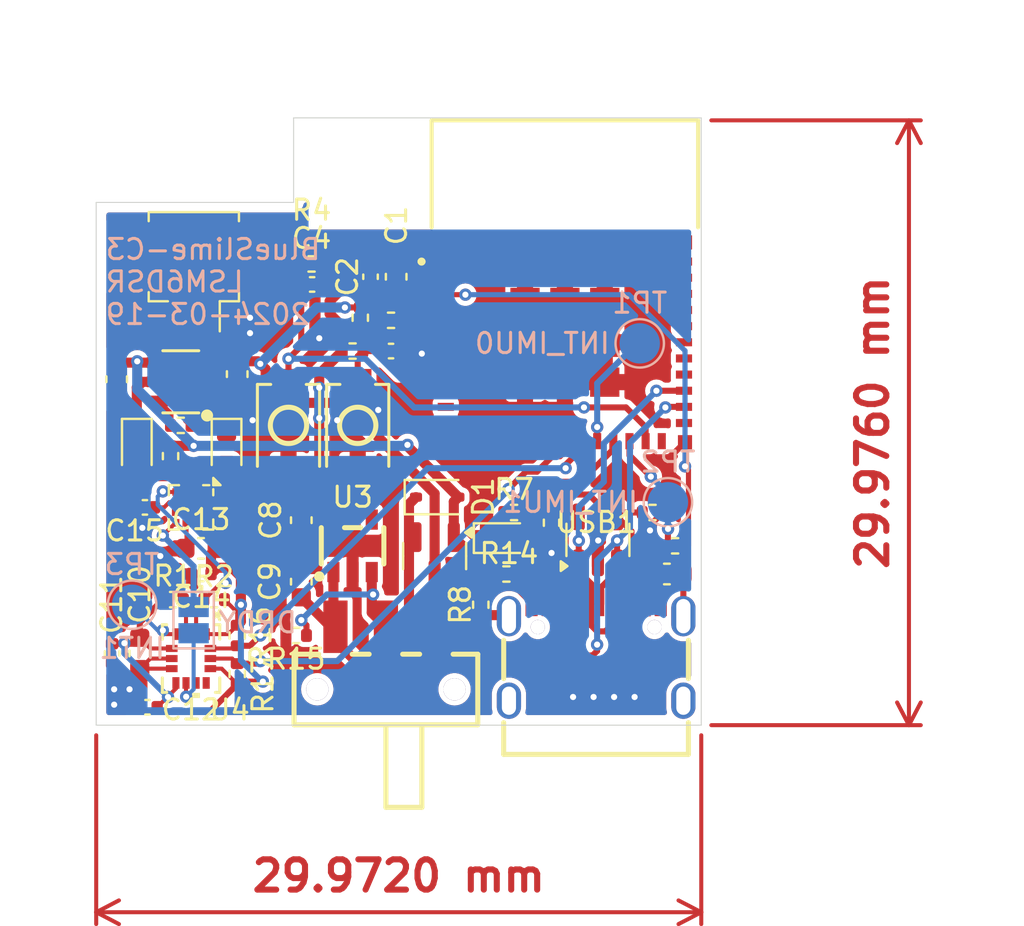
<source format=kicad_pcb>
(kicad_pcb (version 20240108) (generator "pcbnew") (generator_version "8.0")
  (layers (0 "F.Cu" signal) (31 "B.Cu" signal) (34 "B.Paste" user) (35 "F.Paste" user) (36 "B.SilkS" user "B.Silkscreen") (37 "F.SilkS" user "F.Silkscreen") (38 "B.Mask" user) (39 "F.Mask" user) (44 "Edge.Cuts" user))
  (net 0 "")
  (net 1 "GND")
  (net 2 "+3V3")
  (net 3 "EN")
  (net 4 "BOOT")
  (net 5 "VBUS")
  (net 6 "+BATT")
  (net 7 "VDC")
  (net 8 "Net-(U5-C1)")
  (net 9 "DP")
  (net 11 "IO8")
  (net 13 "IO0")
  (net 17 "IO6")
  (net 23 "IO10")
  (net 26 "IO4")
  (net 27 "IO2")
  (net 28 "IO1")
  (net 30 "IO3")
  (net 32 "DN")
  (net 33 "IO7")
  (net 34 "IO5")
  (net 37 "/INT2")
  (net 38 "Net-(JP1-A)")
  (net 39 "Net-(LED1-A)")
  (net 40 "Net-(LED2-A)")
  (net 41 "Net-(LED2-K)")
  (net 42 "Net-(LED3-K)")
  (net 43 "/CC1")
  (net 44 "/CC2")
  (net 45 "Net-(U2-PROG)")
  (net 46 "Net-(U3-CE)")
  (net 47 "/XCL")
  (net 48 "/XDA")
  (net 50 "/INT1")
  (net 63 "Net-(C5-Pad1)")
  (net 64 "Net-(R8-Pad2)")
  (footprint "Capacitor_SMD:C_0603_1608Metric" (layer "F.Cu") (at 140.081 49.276 90)
    (property "Reference" "C1")
    (property "Value" "10u")
  )
  (footprint "LED_SMD:LED_0603_1608Metric" (layer "F.Cu") (at 127.234 57.805 -90)
    (property "Reference" "LED2" (hide yes))
    (property "Value" "NCD0603G1")
  )
  (footprint "Capacitor_SMD:C_0402_1005Metric" (layer "F.Cu") (at 126.012 67.945 -90)
    (property "Reference" "C11")
    (property "Value" "100n")
  )
  (footprint "Capacitor_SMD:C_0402_1005Metric" (layer "F.Cu") (at 127.762 70.612 180)
    (property "Reference" "C12")
    (property "Value" "100n")
  )
  (footprint "BSC3:SOT-23-5_L3.0-W1.7-P0.95-LS2.8-BR" (layer "F.Cu") (at 137.922 62.611 -90)
    (property "Reference" "U3")
    (property "Value" "ME6217C33M5G")
  )
  (footprint "Capacitor_SMD:C_0603_1608Metric" (layer "F.Cu") (at 135.382 61.341 -90)
    (property "Reference" "C8")
    (property "Value" "10u")
  )
  (footprint "Resistor_SMD:R_0402_1005Metric" (layer "F.Cu") (at 131.064 65.278 180)
    (property "Reference" "R2")
    (property "Value" "4.7k")
  )
  (footprint "Capacitor_SMD:C_0603_1608Metric" (layer "F.Cu") (at 130.416 62.738)
    (property "Reference" "C13")
    (property "Value" "10u")
  )
  (footprint "Capacitor_SMD:C_0603_1608Metric" (layer "F.Cu") (at 127.381 67.945 -90)
    (property "Reference" "C10")
    (property "Value" "10u")
  )
  (footprint "Package_LGA:LGA-12_2x2mm_P0.5mm" (layer "F.Cu") (at 129.921 60.706 -90)
    (property "Reference" "U5" (hide yes))
    (property "Value" "LIS2MDL")
  )
  (footprint "Capacitor_SMD:C_0603_1608Metric" (layer "F.Cu") (at 153.4922 64.008 180)
    (property "Reference" "C5" (hide yes))
    (property "Value" "4.7u")
  )
  (footprint "Resistor_SMD:R_0402_1005Metric" (layer "F.Cu") (at 144.272 65.532 -90)
    (property "Reference" "R8")
    (property "Value" "1M")
  )
  (footprint "BSC3:SW-SMD_K3-1280S-L1" (layer "F.Cu") (at 139.573 66.6229 -90)
    (property "Reference" "SW3" (hide yes))
    (property "Value" "K3-1280S-L1")
  )
  (footprint "Resistor_SMD:R_0402_1005Metric" (layer "F.Cu") (at 139.827 51.435)
    (property "Reference" "R5" (hide yes))
    (property "Value" "10k")
  )
  (footprint "Resistor_SMD:R_0402_1005Metric" (layer "F.Cu") (at 132.207 67.056 -90)
    (property "Reference" "R16")
    (property "Value" "4.7k")
  )
  (footprint "LED_SMD:LED_0603_1608Metric" (layer "F.Cu") (at 145.415 62.23)
    (property "Reference" "LED1" (hide yes))
    (property "Value" "NCD0603B1")
  )
  (footprint "32c3:ESP32C3MINI1H4" (layer "F.Cu") (at 148.438 52.525)
    (property "Reference" "IC1" (hide yes))
    (property "Value" "ESP32-C3-MINI-1-H4" (hide yes))
  )
  (footprint "BSC3:SW-SMD_L3.9-W3.0-P4.45" (layer "F.Cu") (at 134.747 56.642 -90)
    (property "Reference" "SW2" (hide yes))
    (property "Value" "TS-1088-AR02016")
  )
  (footprint "Capacitor_SMD:C_0402_1005Metric" (layer "F.Cu") (at 139.827 52.959)
    (property "Reference" "C3" (hide yes))
    (property "Value" "100n")
  )
  (footprint "Resistor_SMD:R_0402_1005Metric" (layer "F.Cu") (at 137.922 52.959)
    (property "Reference" "R3" (hide yes))
    (property "Value" "10k")
  )
  (footprint "Capacitor_SMD:C_0603_1608Metric" (layer "F.Cu") (at 126.238 54.356 -90)
    (property "Reference" "C6" (hide yes))
    (property "Value" "1u")
  )
  (footprint "Capacitor_SMD:C_0603_1608Metric" (layer "F.Cu") (at 135.382 64.389 90)
    (property "Reference" "C9")
    (property "Value" "10u")
  )
  (footprint "Resistor_SMD:R_0402_1005Metric" (layer "F.Cu") (at 152.781 60.96 180)
    (property "Reference" "R10" (hide yes))
    (property "Value" "5.1k")
  )
  (footprint "footprints:LGA-14L_2P5X3X0P83_STM" (layer "F.Cu") (at 129.921 68.199 -90)
    (property "Reference" "U4")
    (property "Value" "LSM6DSRTR")
  )
  (footprint "Resistor_SMD:R_0402_1005Metric" (layer "F.Cu") (at 135.128 67.056 180)
    (property "Reference" "R15")
    (property "Value" "10k")
  )
  (footprint "Diode_SMD:D_SOD-323" (layer "F.Cu") (at 142.113 60.198)
    (property "Reference" "D1")
    (property "Value" "1N5819WS")
  )
  (footprint "Resistor_SMD:R_0402_1005Metric" (layer "F.Cu") (at 138.303 51.308 -90)
    (property "Reference" "R11" (hide yes))
    (property "Value" "180k")
  )
  (footprint "Resistor_SMD:R_0402_1005Metric" (layer "F.Cu") (at 129.411 56.642)
    (property "Reference" "R12" (hide yes))
    (property "Value" "1.6k")
  )
  (footprint "Resistor_SMD:R_0402_1005Metric" (layer "F.Cu") (at 147.7772 61.468 90)
    (property "Reference" "R9" (hide yes))
    (property "Value" "5.1k")
  )
  (footprint "Resistor_SMD:R_0402_1005Metric" (layer "F.Cu") (at 145.542 64.008 180)
    (property "Reference" "R14")
    (property "Value" "10k")
  )
  (footprint "Resistor_SMD:R_0402_1005Metric" (layer "F.Cu") (at 129.032 65.278)
    (property "Reference" "R1")
    (property "Value" "4.7k")
  )
  (footprint "LED_SMD:LED_0603_1608Metric" (layer "F.Cu") (at 131.679 57.805 -90)
    (property "Reference" "LED3" (hide yes))
    (property "Value" "NCD0603R1")
  )
  (footprint "BSC3:SW-SMD_L3.9-W3.0-P4.45" (layer "F.Cu") (at 138.176 56.642 -90)
    (property "Reference" "SW1" (hide yes))
    (property "Value" "TS-1088-AR02016")
  )
  (footprint "Connector_Molex:Molex_PicoBlade_53261-0271_1x02-1MP_P1.25mm_Horizontal" (layer "F.Cu") (at 130.058 48.781 180)
    (property "Reference" "J1" (hide yes))
    (property "Value" "Conn_01x02_MountingPin")
  )
  (footprint "Package_TO_SOT_SMD:SOT-23" (layer "F.Cu") (at 141.986 63.119 -90)
    (property "Reference" "Q1" (hide yes))
    (property "Value" "AO3401A")
  )
  (footprint "Capacitor_SMD:C_0402_1005Metric" (layer "F.Cu") (at 130.429 64.008 180)
    (property "Reference" "C14")
    (property "Value" "100n")
  )
  (footprint "BSC3:SOT-23-6_L2.9-W1.6-P0.95-LS2.8-BL" (layer "F.Cu") (at 129.413 54.483 90)
    (property "Reference" "U2" (hide yes))
    (property "Value" "TP4057")
  )
  (footprint "Resistor_SMD:R_0402_1005Metric" (layer "F.Cu") (at 135.89 48.641 180)
    (property "Reference" "R4")
    (property "Value" "10k")
  )
  (footprint "Capacitor_SMD:C_0402_1005Metric" (layer "F.Cu") (at 135.918 49.657)
    (property "Reference" "C4")
    (property "Value" "100n")
  )
  (footprint "Capacitor_SMD:C_0402_1005Metric" (layer "F.Cu") (at 127.635 60.706 180)
    (property "Reference" "C15")
    (property "Value" "220n")
  )
  (footprint "Resistor_SMD:R_0402_1005Metric" (layer "F.Cu") (at 153.8986 62.611 180)
    (property "Reference" "R6" (hide yes))
    (property "Value" "10k")
  )
  (footprint "Resistor_SMD:R_0402_1005Metric" (layer "F.Cu") (at 132.207 68.961 90)
    (property "Reference" "R17")
    (property "Value" "4.7k")
  )
  (footprint "Capacitor_SMD:C_0402_1005Metric" (layer "F.Cu") (at 138.811 49.276 90)
    (property "Reference" "C2")
    (property "Value" "100n")
  )
  (footprint "Package_TO_SOT_SMD:SOT-23-6" (layer "F.Cu") (at 150.0745 62.3175 90)
    (property "Reference" "U1" (hide yes))
    (property "Value" "SRV05-4")
  )
  (footprint "Capacitor_SMD:C_0603_1608Metric" (layer "F.Cu") (at 132.207 54.102 -90)
    (property "Reference" "C7" (hide yes))
    (property "Value" "10u")
  )
  (footprint "Resistor_SMD:R_0402_1005Metric" (layer "F.Cu") (at 128.905 58.166 -90)
    (property "Reference" "R13" (hide yes))
    (property "Value" "1k")
  )
  (footprint "Resistor_SMD:R_0402_1005Metric" (layer "F.Cu") (at 145.921 60.96)
    (property "Reference" "R7")
    (property "Value" "1k")
  )
  (footprint "BSC3:USB-C-SMD_KH-TYPE-C-16P" (layer "F.Cu") (at 149.987 67.8681)
    (property "Reference" "USB1")
    (property "Value" "KH-TYPE-C-16P")
  )
  (footprint "Jumper:SolderJumper-2_P1.3mm_Open_Pad1.0x1.5mm" (layer "B.Cu") (at 130.048 66.294 -90)
    (property "Reference" "JP1" (hide yes))
    (property "Value" "SolderJumper_2_Open")
  )
  (footprint "TestPoint:TestPoint_Pad_D2.0mm" (layer "B.Cu") (at 153.543 60.452 180)
    (property "Reference" "TP2")
    (property "Value" "TestPoint")
  )
  (footprint "TestPoint:TestPoint_Pad_D2.0mm" (layer "B.Cu") (at 152.146 52.578 180)
    (property "Reference" "TP1")
    (property "Value" "TestPoint")
  )
  (footprint "TestPoint:TestPoint_Pad_D2.0mm" (layer "B.Cu") (at 127 65.532 180)
    (property "Reference" "TP3")
    (property "Value" "TestPoint")
  )
  (gr_line (start 155.194 41.402) (end 155.194 71.501) (stroke (width 0.05)) (layer "Edge.Cuts"))
  (gr_line (start 125.222 71.501) (end 125.222 45.593) (stroke (width 0.05)) (layer "Edge.Cuts"))
  (gr_line (start 135.001 41.402) (end 155.194 41.402) (stroke (width 0.05)) (layer "Edge.Cuts"))
  (gr_line (start 155.194 71.501) (end 125.222 71.501) (stroke (width 0.05)) (layer "Edge.Cuts"))
  (gr_line (start 135.001 45.593) (end 125.222 45.593) (stroke (width 0.05)) (layer "Edge.Cuts"))
  (gr_line (start 135.001 41.402) (end 135.001 45.593) (stroke (width 0.05)) (layer "Edge.Cuts"))
  (gr_text "INT_IMU1" (at 148.717 60.452 0) (layer "B.SilkS") (effects (font (size 1 1)) (justify mirror)))
  (gr_text "INT1" (at 127 67.691 0) (layer "B.SilkS") (effects (font (size 1 1)) (justify mirror)))
  (gr_text "BlueSlime-C3\nLSM6DSR\n2024-03-19" (at 125.603 49.53 0) (layer "B.SilkS") (effects (font (size 1 1)) (justify right mirror)))
  (gr_text "DRDY" (at 133.223 66.421 0) (layer "B.SilkS") (effects (font (size 1 1)) (justify mirror)))
  (gr_text "INT_IMU0" (at 147.32 52.578 0) (layer "B.SilkS") (effects (font (size 1 1)) (justify mirror)))
  (dimension (type aligned) (layer "F.Cu") (pts (xy 155.194 71.501) (xy 155.194 41.525)) (height 10.287) (gr_text "29.9760 mm" (at 163.681 56.513 90) (layer "F.Cu") (effects (font (size 1.5 1.5) (thickness 0.3)))) (format (prefix "") (suffix "") (units 3) (units_format 1) (precision 4)) (style (thickness 0.2) (arrow_length 1.27) (text_position_mode 0) (extension_height 0.58642) (extension_offset 0.5) keep_text_aligned))
  (dimension (type aligned) (layer "F.Cu") (pts (xy 125.222 71.501) (xy 155.194 71.501)) (height 9.271) (gr_text "29.9720 mm" (at 140.208 78.972 0) (layer "F.Cu") (effects (font (size 1.5 1.5) (thickness 0.3)))) (format (prefix "") (suffix "") (units 3) (units_format 1) (precision 4)) (style (thickness 0.2) (arrow_length 1.27) (text_position_mode 0) (extension_height 0.58642) (extension_offset 0.5) keep_text_aligned))
  (segment (start 128.9647 68.199) (end 127.902 68.199) (width 0.2) (layer "F.Cu") (net 1))
  (segment (start 152.654 61.597) (end 153.291 60.96) (width 0.3) (layer "F.Cu") (net 1))
  (segment (start 146.019292 64.678) (end 145.702 64.678) (width 0.3) (layer "F.Cu") (net 1))
  (segment (start 152.654 61.849) (end 152.654 61.597) (width 0.3) (layer "F.Cu") (net 1))
  (segment (start 129.728 54.483) (end 130.563 54.483) (width 0.3) (layer "F.Cu") (net 1))
  (segment (start 152.641 64.008) (end 153.187 64.554) (width 0.3) (layer "F.Cu") (net 1))
  (segment (start 153.187 64.554) (end 153.187 65.4985) (width 0.3) (layer "F.Cu") (net 1))
  (segment (start 129.696 62.683) (end 129.641 62.738) (width 0.2) (layer "F.Cu") (net 1))
  (segment (start 153.734 60.388) (end 153.734 58.129) (width 0.3) (layer "F.Cu") (net 1))
  (segment (start 127.902 68.199) (end 127.381 68.72) (width 0.2) (layer "F.Cu") (net 1))
  (segment (start 150.0745 62.361124) (end 150.088125 62.347499) (width 0.3) (layer "F.Cu") (net 1))
  (segment (start 146.787 65.445708) (end 146.019292 64.678) (width 0.3) (layer "F.Cu") (net 1))
  (segment (start 129.1585 60.956) (end 129.555314 60.956) (width 0.2) (layer "F.Cu") (net 1))
  (segment (start 136.186 52.239) (end 136.186 49.869) (width 0.3) (layer "F.Cu") (net 1))
  (segment (start 129.921 56.642) (end 129.678 56.399) (width 0.3) (layer "F.Cu") (net 1))
  (segment (start 153.734 58.129) (end 154.388 57.475) (width 0.3) (layer "F.Cu") (net 1))
  (segment (start 153.291 60.96) (end 153.291 60.831) (width 0.3) (layer "F.Cu") (net 1))
  (segment (start 129.555314 60.956) (end 129.696 61.096686) (width 0.2) (layer "F.Cu") (net 1))
  (segment (start 136.271 52.324) (end 136.186 52.239) (width 0.3) (layer "F.Cu") (net 1))
  (segment (start 136.186 49.869) (end 136.398 49.657) (width 0.3) (layer "F.Cu") (net 1))
  (segment (start 129.696 61.096686) (end 129.696 62.683) (width 0.2) (layer "F.Cu") (net 1))
  (segment (start 150.0745 63.455) (end 150.0745 62.361124) (width 0.3) (layer "F.Cu") (net 1))
  (segment (start 127.402001 68.698999) (end 127.381 68.72) (width 0.2) (layer "F.Cu") (net 1))
  (segment (start 152.654 63.995) (end 152.641 64.008) (width 0.3) (layer "F.Cu") (net 1))
  (segment (start 146.787 65.4985) (end 146.787 65.445708) (width 0.3) (layer "F.Cu") (net 1))
  (segment (start 153.291 60.831) (end 153.734 60.388) (width 0.3) (layer "F.Cu") (net 1))
  (segment (start 142.488 47.575) (end 154.388 47.575) (width 0.3) (layer "F.Cu") (net 1))
  (segment (start 152.654 61.849) (end 152.654 63.995) (width 0.3) (layer "F.Cu") (net 1))
  (segment (start 129.678 56.399) (end 129.678 54.533) (width 0.3) (layer "F.Cu") (net 1))
  (segment (start 129.678 54.533) (end 129.728 54.483) (width 0.3) (layer "F.Cu") (net 1))
  (segment (start 145.702 64.678) (end 145.032 64.008) (width 0.3) (layer "F.Cu") (net 1))
  (segment (start 128.9647 68.698999) (end 127.402001 68.698999) (width 0.2) (layer "F.Cu") (net 1))
  (via (at 126.873 69.723) (size 0.61) (drill 0.305) (layers "F.Cu" "B.Cu") (net 1))
  (via (at 147.7772 62.9666) (size 0.61) (drill 0.305) (layers "F.Cu" "B.Cu") (net 1))
  (via (at 132.842 52.07) (size 0.61) (drill 0.305) (layers "F.Cu" "B.Cu") (net 1))
  (via (at 150.876 70.104) (size 0.61) (drill 0.305) (layers "F.Cu" "B.Cu") (net 1))
  (via (at 126.111 70.485) (size 0.61) (drill 0.305) (layers "F.Cu" "B.Cu") (net 1))
  (via (at 136.271 52.324) (size 0.61) (drill 0.305) (layers "F.Cu" "B.Cu") (net 1))
  (via (at 128.397 63.119) (size 0.61) (drill 0.305) (layers "F.Cu" "B.Cu") (net 1))
  (via (at 127.508 61.722) (size 0.61) (drill 0.305) (layers "F.Cu" "B.Cu") (net 1))
  (via (at 149.86 70.104) (size 0.61) (drill 0.305) (layers "F.Cu" "B.Cu") (net 1))
  (via (at 137.16 56.388) (size 0.61) (drill 0.305) (layers "F.Cu" "B.Cu") (net 1))
  (via (at 132.842 51.308) (size 0.61) (drill 0.305) (layers "F.Cu" "B.Cu") (net 1))
  (via (at 151.892 70.104) (size 0.61) (drill 0.305) (layers "F.Cu" "B.Cu") (net 1))
  (via (at 150.088125 62.347499) (size 0.61) (drill 0.305) (layers "F.Cu" "B.Cu") (net 1))
  (via (at 126.111 69.723) (size 0.61) (drill 0.305) (layers "F.Cu" "B.Cu") (net 1))
  (via (at 152.654 61.849) (size 0.61) (drill 0.305) (layers "F.Cu" "B.Cu") (net 1))
  (via (at 132.969 56.388) (size 0.61) (drill 0.305) (layers "F.Cu" "B.Cu") (net 1))
  (via (at 148.844 70.104) (size 0.61) (drill 0.305) (layers "F.Cu" "B.Cu") (net 1))
  (via (at 141.351 53.086) (size 0.61) (drill 0.305) (layers "F.Cu" "B.Cu") (net 1))
  (via (at 139.192 55.88) (size 0.61) (drill 0.305) (layers "F.Cu" "B.Cu") (net 1))
  (segment (start 132.207 65.911) (end 131.574 65.278) (width 0.2) (layer "F.Cu") (net 2))
  (segment (start 130.909 64.008) (end 131.219 63.698) (width 0.5) (layer "F.Cu") (net 2))
  (segment (start 128.4452 70.8152) (end 128.325564 70.695564) (width 0.3) (layer "F.Cu") (net 2))
  (segment (start 138.622734 49.756) (end 138.811 49.756) (width 0.5) (layer "F.Cu") (net 2))
  (segment (start 132.389489 65.532) (end 132.389489 66.363511) (width 0.5) (layer "F.Cu") (net 2))
  (segment (start 139.093 50.038) (end 140.068 50.038) (width 0.5) (layer "F.Cu") (net 2))
  (segment (start 130.8628 70.8152) (end 128.4452 70.8152) (width 0.3) (layer "F.Cu") (net 2))
  (segment (start 130.671 61.4685) (end 130.671 62.218) (width 0.2) (layer "F.Cu") (net 2))
  (segment (start 132.207 66.546) (end 132.207 65.911) (width 0.2) (layer "F.Cu") (net 2))
  (segment (start 136.786 50.487268) (end 137.507734 49.765534) (width 0.5) (layer "F.Cu") (net 2))
  (segment (start 130.171 61.006) (end 129.646 60.481) (width 0.2) (layer "F.Cu") (net 2))
  (segment (start 140.068 50.038) (end 140.081 50.051) (width 0.5) (layer "F.Cu") (net 2))
  (segment (start 130.671001 66.9887) (end 131.7643 66.9887) (width 0.2) (layer "F.Cu") (net 2))
  (segment (start 142.578 50.165) (end 142.538 50.125) (width 0.254) (layer "F.Cu") (net 2))
  (segment (start 130.909 64.008) (end 130.909 63.02) (width 0.5) (layer "F.Cu") (net 2))
  (segment (start 129.646 60.481) (end 129.646 59.944) (width 0.2) (layer "F.Cu") (net 2))
  (segment (start 154.561 58.846) (end 154.389 58.674) (width 0.254) (layer "F.Cu") (net 2))
  (segment (start 154.561 62.611) (end 154.561 58.846) (width 0.254) (layer "F.Cu") (net 2))
  (segment (start 137.414 52.957) (end 137.414 51.740732) (width 0.5) (layer "F.Cu") (net 2))
  (segment (start 136.271 59.677) (end 136.271 56.282) (width 0.5) (layer "F.Cu") (net 2))
  (segment (start 126.647 67.465) (end 127.086 67.465) (width 0.3) (layer "F.Cu") (net 2))
  (segment (start 142.538 50.125) (end 140.155 50.125) (width 0.3) (layer "F.Cu") (net 2))
  (segment (start 139.317 51.435) (end 139.317 50.262) (width 0.3) (layer "F.Cu") (net 2))
  (segment (start 135.382 60.566) (end 135.141 60.566) (width 0.5) (layer "F.Cu") (net 2))
  (segment (start 128.9647 67.699001) (end 127.910001 67.699001) (width 0.2) (layer "F.Cu") (net 2))
  (segment (start 136.786 51.112732) (end 136.786 50.487268) (width 0.5) (layer "F.Cu") (net 2))
  (segment (start 140.155 50.125) (end 140.081 50.051) (width 0.3) (layer "F.Cu") (net 2))
  (segment (start 137.507734 49.765534) (end 137.507734 48.641) (width 0.5) (layer "F.Cu") (net 2))
  (segment (start 131.434999 68.698999) (end 132.207 69.471) (width 0.2) (layer "F.Cu") (net 2))
  (segment (start 130.171 61.4685) (end 130.171 61.006) (width 0.2) (layer "F.Cu") (net 2))
  (segment (start 126.012 67.465) (end 126.591 67.465) (width 0.3) (layer "F.Cu") (net 2))
  (segment (start 136.127 61.311) (end 135.382 60.566) (width 0.5) (layer "F.Cu") (net 2))
  (segment (start 129.170999 69.683001) (end 128.778 70.076) (width 0.2) (layer "F.Cu") (net 2))
  (segment (start 143.51 50.165) (end 142.578 50.165) (width 0.254) (layer "F.Cu") (net 2))
  (segment (start 130.8773 68.698999) (end 131.434999 68.698999) (width 0.2) (layer "F.Cu") (net 2))
  (segment (start 132.336 69.342) (end 133.477 69.342) (width 0.3) (layer "F.Cu") (net 2))
  (segment (start 128.778 70.104) (end 128.75 70.104) (width 0.2) (layer "F.Cu") (net 2))
  (segment (start 132.389489 64.140268) (end 132.389489 65.532) (width 0.5) (layer "F.Cu") (net 2))
  (segment (start 128.522 65.278) (end 127.381 66.419) (width 0.3) (layer "F.Cu") (net 2))
  (segment (start 136.972 61.311) (end 136.127 61.311) (width 0.5) (layer "F.Cu") (net 2))
  (segment (start 137.414 51.740732) (end 136.786 51.112732) (width 0.5) (layer "F.Cu") (net 2))
  (segment (start 131.7635 69.9145) (end 130.8628 70.8152) (width 0.3) (layer "F.Cu") (net 2))
  (segment (start 135.141 60.566) (end 132.969 62.738) (width 0.5) (layer "F.Cu") (net 2))
  (segment (start 129.170999 69.4093) (end 129.170999 69.683001) (width 0.2) (layer "F.Cu") (net 2))
  (segment (start 128.325564 70.695564) (end 128.242 70.612) (width 0.2) (layer "F.Cu") (net 2))
  (segment (start 136.271 54.1) (end 137.412 52.959) (width 0.5) (layer "F.Cu") (net 2))
  (segment (start 128.778 70.076) (end 128.778 70.104) (width 0.2) (layer "F.Cu") (net 2))
  (segment (start 132.389489 66.363511) (end 132.207 66.546) (width 0.5) (layer "F.Cu") (net 2))
  (segment (start 130.671 62.218) (end 131.191 62.738) (width 0.2) (layer "F.Cu") (net 2))
  (segment (start 127.381 66.419) (end 127.381 67.17) (width 0.3) (layer "F.Cu") (net 2))
  (segment (start 132.969 62.738) (end 131.191 62.738) (width 0.5) (layer "F.Cu") (net 2))
  (segment (start 137.507734 48.641) (end 138.622734 49.756) (width 0.5) (layer "F.Cu") (net 2))
  (segment (start 130.909 63.02) (end 131.191 62.738) (width 0.5) (layer "F.Cu") (net 2))
  (segment (start 131.947221 63.698) (end 132.389489 64.140268) (width 0.5) (layer "F.Cu") (net 2))
  (segment (start 127.910001 67.699001) (end 127.381 67.17) (width 0.2) (layer "F.Cu") (net 2))
  (segment (start 127.086 67.465) (end 127.381 67.17) (width 0.3) (layer "F.Cu") (net 2))
  (segment (start 130.171 61.4685) (end 130.671 61.4685) (width 0.2) (layer "F.Cu") (net 2))
  (segment (start 126.591 67.465) (end 126.619 67.437) (width 0.3) (layer "F.Cu") (net 2))
  (segment (start 136.271 54.772) (end 136.271 54.1) (width 0.5) (layer "F.Cu") (net 2))
  (segment (start 128.75 70.104) (end 128.242 70.612) (width 0.2) (layer "F.Cu") (net 2))
  (segment (start 136.4 48.641) (end 137.507734 48.641) (width 0.5) (layer "F.Cu") (net 2))
  (segment (start 131.219 63.698) (end 131.947221 63.698) (width 0.5) (layer "F.Cu") (net 2))
  (segment (start 137.412 52.959) (end 137.414 52.957) (width 0.5) (layer "F.Cu") (net 2))
  (segment (start 135.382 60.566) (end 136.271 59.677) (width 0.5) (layer "F.Cu") (net 2))
  (segment (start 126.619 67.437) (end 126.647 67.465) (width 0.3) (layer "F.Cu") (net 2))
  (segment (start 132.207 69.471) (end 131.7635 69.9145) (width 0.3) (layer "F.Cu") (net 2))
  (segment (start 131.7643 66.9887) (end 132.207 66.546) (width 0.2) (layer "F.Cu") (net 2))
  (segment (start 138.811 49.756) (end 139.093 50.038) (width 0.5) (layer "F.Cu") (net 2))
  (segment (start 131.7635 69.9145) (end 132.336 69.342) (width 0.3) (layer "F.Cu") (net 2))
  (via (at 154.389 58.674) (size 0.61) (drill 0.305) (layers "F.Cu" "B.Cu") (net 2))
  (via (at 143.51 50.165) (size 0.61) (drill 0.305) (layers "F.Cu" "B.Cu") (net 2))
  (via (at 133.477 69.342) (size 0.61) (drill 0.305) (layers "F.Cu" "B.Cu") (net 2))
  (via (at 136.271 54.772) (size 0.61) (drill 0.305) (layers "F.Cu" "B.Cu") (net 2))
  (via (at 128.778 70.104) (size 0.61) (drill 0.305) (layers "F.Cu" "B.Cu") (net 2))
  (via (at 136.271 56.282) (size 0.61) (drill 0.305) (layers "F.Cu" "B.Cu") (net 2))
  (via (at 132.389489 65.532) (size 0.61) (drill 0.305) (layers "F.Cu" "B.Cu") (net 2))
  (via (at 126.619 67.437) (size 0.61) (drill 0.305) (layers "F.Cu" "B.Cu") (net 2))
  (segment (start 136.271 56.282) (end 136.271 54.772) (width 0.5) (layer "B.Cu") (net 2))
  (segment (start 132.389489 68.291799) (end 132.389489 65.532) (width 0.3) (layer "B.Cu") (net 2))
  (segment (start 154.389 52.944338) (end 151.609662 50.165) (width 0.254) (layer "B.Cu") (net 2))
  (segment (start 151.609662 50.165) (end 143.51 50.165) (width 0.254) (layer "B.Cu") (net 2))
  (segment (start 154.389 58.674) (end 154.389 52.944338) (width 0.254) (layer "B.Cu") (net 2))
  (segment (start 133.477 69.342) (end 133.43969 69.342) (width 0.3) (layer "B.Cu") (net 2))
  (segment (start 133.43969 69.342) (end 132.389489 68.291799) (width 0.3) (layer "B.Cu") (net 2))
  (segment (start 126.619 67.945) (end 128.778 70.104) (width 0.3) (layer "B.Cu") (net 2))
  (segment (start 126.619 67.437) (end 126.619 67.945) (width 0.3) (layer "B.Cu") (net 2))
  (segment (start 140.203001 54.125) (end 141.224 54.125) (width 0.3) (layer "F.Cu") (net 3))
  (segment (start 141.095 54.125) (end 141.224 54.125) (width 0.3) (layer "F.Cu") (net 3))
  (segment (start 138.176 54.462) (end 138.176 53.215) (width 0.3) (layer "F.Cu") (net 3))
  (segment (start 138.432 52.959) (end 139.347 52.959) (width 0.3) (layer "F.Cu") (net 3))
  (segment (start 141.224 54.125) (end 142.538 54.125) (width 0.3) (layer "F.Cu") (net 3))
  (segment (start 139.347 52.959) (end 139.347 53.268999) (width 0.3) (layer "F.Cu") (net 3))
  (segment (start 138.176 53.215) (end 138.432 52.959) (width 0.3) (layer "F.Cu") (net 3))
  (segment (start 139.347 53.268999) (end 140.203001 54.125) (width 0.3) (layer "F.Cu") (net 3))
  (segment (start 135.38 52.707) (end 135.38 48.641) (width 0.3) (layer "F.Cu") (net 4))
  (segment (start 149.383 55.753) (end 151.466 55.753) (width 0.3) (layer "F.Cu") (net 4))
  (segment (start 134.747 53.34) (end 135.38 52.707) (width 0.3) (layer "F.Cu") (net 4))
  (segment (start 152.438 56.725) (end 152.438 57.425) (width 0.3) (layer "F.Cu") (net 4))
  (segment (start 151.466 55.753) (end 152.438 56.725) (width 0.3) (layer "F.Cu") (net 4))
  (segment (start 134.747 54.462) (end 134.747 53.34) (width 0.3) (layer "F.Cu") (net 4))
  (via (at 134.747 53.34) (size 0.61) (drill 0.305) (layers "F.Cu" "B.Cu") (net 4))
  (via (at 149.383 55.753) (size 0.61) (drill 0.305) (layers "F.Cu" "B.Cu") (net 4))
  (segment (start 140.97 55.753) (end 149.383 55.753) (width 0.3) (layer "B.Cu") (net 4))
  (segment (start 138.557 53.34) (end 140.97 55.753) (width 0.3) (layer "B.Cu") (net 4))
  (segment (start 134.747 53.34) (end 138.557 53.34) (width 0.3) (layer "B.Cu") (net 4))
  (segment (start 147.797 66.288551) (end 147.587 66.078551) (width 0.2) (layer "F.Cu") (net 5))
  (segment (start 142.936 62.1815) (end 142.936 60.425) (width 0.5) (layer "F.Cu") (net 5))
  (segment (start 147.587 66.078551) (end 147.587 65.4985) (width 0.2) (layer "F.Cu") (net 5))
  (segment (start 147.066 60.6044) (end 147.066 64.1275) (width 0.3) (layer "F.Cu") (net 5))
  (segment (start 142.936 60.425) (end 143.163 60.198) (width 0.5) (layer "F.Cu") (net 5))
  (segment (start 128.905 57.656) (end 130.046 57.656) (width 0.5) (layer "F.Cu") (net 5))
  (segment (start 149.627999 60.071) (end 147.5994 60.071) (width 0.3) (layer "F.Cu") (net 5))
  (segment (start 146.558 64.008) (end 146.75225 63.81375) (width 0.5) (layer "F.Cu") (net 5))
  (segment (start 126.286 53.533) (end 126.238 53.581) (width 0.5) (layer "F.Cu") (net 5))
  (segment (start 140.639172 57.607828) (end 140.639172 57.674172) (width 0.5) (layer "F.Cu") (net 5))
  (segment (start 127.188 53.533) (end 126.286 53.533) (width 0.5) (layer "F.Cu") (net 5))
  (segment (start 127.32 53.533) (end 127.254 53.467) (width 0.5) (layer "F.Cu") (net 5))
  (segment (start 128.263 53.533) (end 127.32 53.533) (width 0.5) (layer "F.Cu") (net 5))
  (segment (start 143.9095 63.155) (end 142.936 62.1815) (width 0.5) (layer "F.Cu") (net 5))
  (segment (start 146.052 64.008) (end 146.558 64.008) (width 0.5) (layer "F.Cu") (net 5))
  (segment (start 149.995596 68.4966) (end 149.141601 68.4966) (width 0.2) (layer "F.Cu") (net 5))
  (segment (start 127.254 53.467) (end 127.188 53.533) (width 0.5) (layer "F.Cu") (net 5))
  (segment (start 140.639172 57.674172) (end 143.163 60.198) (width 0.5) (layer "F.Cu") (net 5))
  (segment (start 146.75225 63.81375) (end 147.587 64.6485) (width 0.5) (layer "F.Cu") (net 5))
  (segment (start 150.0745 61.18) (end 150.0745 60.517501) (width 0.3) (layer "F.Cu") (net 5))
  (segment (start 152.387 65.4985) (end 152.387 66.078551) (width 0.2) (layer "F.Cu") (net 5))
  (segment (start 147.797 67.151999) (end 147.797 66.288551) (width 0.2) (layer "F.Cu") (net 5))
  (segment (start 147.587 64.6485) (end 147.587 65.4985) (width 0.5) (layer "F.Cu") (net 5))
  (segment (start 150.484245 67.981306) (end 150.484245 68.007951) (width 0.2) (layer "F.Cu") (net 5))
  (segment (start 146.0935 63.155) (end 146.75225 63.81375) (width 0.5) (layer "F.Cu") (net 5))
  (segment (start 130.046 57.656) (end 130.048 57.658) (width 0.5) (layer "F.Cu") (net 5))
  (segment (start 146.0935 63.155) (end 143.9095 63.155) (width 0.5) (layer "F.Cu") (net 5))
  (segment (start 150.484245 68.007951) (end 149.995596 68.4966) (width 0.2) (layer "F.Cu") (net 5))
  (segment (start 149.141601 68.4966) (end 147.797 67.151999) (width 0.2) (layer "F.Cu") (net 5))
  (segment (start 146.75225 63.81375) (end 147.066 64.1275) (width 0.5) (layer "F.Cu") (net 5))
  (segment (start 146.9465 64.008) (end 147.066 64.1275) (width 0.5) (layer "F.Cu") (net 5))
  (segment (start 152.387 66.078551) (end 150.484245 67.981306) (width 0.2) (layer "F.Cu") (net 5))
  (segment (start 150.0745 60.517501) (end 149.627999 60.071) (width 0.3) (layer "F.Cu") (net 5))
  (segment (start 147.5994 60.071) (end 147.066 60.6044) (width 0.3) (layer "F.Cu") (net 5))
  (via (at 130.048 57.658) (size 0.61) (drill 0.305) (layers "F.Cu" "B.Cu") (net 5))
  (via (at 127.254 53.467) (size 0.61) (drill 0.305) (layers "F.Cu" "B.Cu") (net 5))
  (via (at 140.639172 57.607828) (size 0.61) (drill 0.305) (layers "F.Cu" "B.Cu") (net 5))
  (segment (start 130.048 57.658) (end 127.254 54.864) (width 0.5) (layer "B.Cu") (net 5))
  (segment (start 140.589 57.658) (end 130.048 57.658) (width 0.5) (layer "B.Cu") (net 5))
  (segment (start 127.254 54.864) (end 127.254 53.467) (width 0.5) (layer "B.Cu") (net 5))
  (segment (start 140.639172 57.607828) (end 140.589 57.658) (width 0.5) (layer "B.Cu") (net 5))
  (segment (start 137.490612 55.527) (end 133.617 55.527) (width 0.5) (layer "F.Cu") (net 6))
  (segment (start 141.986 64.0565) (end 141.986 60.022388) (width 0.5) (layer "F.Cu") (net 6))
  (segment (start 138.303 50.798) (end 137.543 50.798) (width 0.3) (layer "F.Cu") (net 6))
  (segment (start 133.35 53.594) (end 133.223 53.467) (width 0.5) (layer "F.Cu") (net 6))
  (segment (start 133.223 53.467) (end 131.132 53.467) (width 0.5) (layer "F.Cu") (net 6))
  (segment (start 141.986 60.022388) (end 137.490612 55.527) (width 0.5) (layer "F.Cu") (net 6))
  (segment (start 130.683 53.018) (end 130.683 51.181) (width 0.5) (layer "F.Cu") (net 6))
  (segment (start 131.132 53.467) (end 130.683 53.018) (width 0.5) (layer "F.Cu") (net 6))
  (segment (start 137.543 50.798) (end 137.541 50.8) (width 0.3) (layer "F.Cu") (net 6))
  (segment (start 133.617 53.861) (end 133.35 53.594) (width 0.5) (layer "F.Cu") (net 6))
  (segment (start 133.617 55.527) (end 133.617 53.861) (width 0.5) (layer "F.Cu") (net 6))
  (via (at 137.541 50.8) (size 0.61) (drill 0.305) (layers "F.Cu" "B.Cu") (net 6))
  (via (at 133.35 53.594) (size 0.61) (drill 0.305) (layers "F.Cu" "B.Cu") (net 6))
  (segment (start 136.144 50.8) (end 137.541 50.8) (width 0.5) (layer "B.Cu") (net 6))
  (segment (start 133.35 53.594) (end 136.144 50.8) (width 0.5) (layer "B.Cu") (net 6))
  (segment (start 136.972 64.165) (end 136.972 66.5219) (width 0.5) (layer "F.Cu") (net 7))
  (segment (start 136.8409 66.6229) (end 135.382 65.164) (width 0.5) (layer "F.Cu") (net 7))
  (segment (start 137.073 67.3229) (end 138.123 68.3729) (width 0.5) (layer "F.Cu") (net 7))
  (segment (start 140.716 60.545) (end 140.716 68.2799) (width 0.5) (layer "F.Cu") (net 7))
  (segment (start 136.972 66.5219) (end 137.073 66.6229) (width 0.5) (layer "F.Cu") (net 7))
  (segment (start 137.073 66.6229) (end 136.8409 66.6229) (width 0.5) (layer "F.Cu") (net 7))
  (segment (start 141.063 60.198) (end 140.716 60.545) (width 0.5) (layer "F.Cu") (net 7))
  (segment (start 138.123 68.3729) (end 140.623 68.3729) (width 0.5) (layer "F.Cu") (net 7))
  (segment (start 137.073 66.6229) (end 137.073 67.3229) (width 0.5) (layer "F.Cu") (net 7))
  (segment (start 140.623 68.3729) (end 140.716 68.2799) (width 0.5) (layer "F.Cu") (net 7))
  (segment (start 128.5876 60.706) (end 128.115 60.706) (width 0.2) (layer "F.Cu") (net 8))
  (segment (start 129.1585 60.456) (end 128.8376 60.456) (width 0.2) (layer "F.Cu") (net 8))
  (segment (start 128.8376 60.456) (end 128.5876 60.706) (width 0.2) (layer "F.Cu") (net 8))
  (segment (start 150.737 66.56) (end 150.4442 66.8528) (width 0.3) (layer "F.Cu") (net 9))
  (segment (start 149.737 66.552) (end 149.737 65.4985) (width 0.3) (layer "F.Cu") (net 9))
  (segment (start 152.974 54.925) (end 154.338 54.925) (width 0.3) (layer "F.Cu") (net 9))
  (segment (start 149.1245 62.362) (end 149.1295 62.357) (width 0.3) (layer "F.Cu") (net 9))
  (segment (start 152.9715 54.9275) (end 152.974 54.925) (width 0.3) (layer "F.Cu") (net 9))
  (segment (start 150.0378 66.8528) (end 149.737 66.552) (width 0.3) (layer "F.Cu") (net 9))
  (segment (start 149.1245 63.878762) (end 149.1245 63.455) (width 0.3) (layer "F.Cu") (net 9))
  (segment (start 149.737 65.4985) (end 149.737 64.491262) (width 0.3) (layer "F.Cu") (net 9))
  (segment (start 150.737 65.4985) (end 150.737 66.56) (width 0.3) (layer "F.Cu") (net 9))
  (segment (start 150.4442 66.8528) (end 150.0378 66.8528) (width 0.3) (layer "F.Cu") (net 9))
  (segment (start 149.737 64.491262) (end 149.1245 63.878762) (width 0.3) (layer "F.Cu") (net 9))
  (segment (start 149.1245 63.455) (end 149.1245 62.362) (width 0.3) (layer "F.Cu") (net 9))
  (via (at 152.9715 54.9275) (size 0.61) (drill 0.305) (layers "F.Cu" "B.Cu") (net 9))
  (via (at 149.1295 62.357) (size 0.61) (drill 0.305) (layers "F.Cu" "B.Cu") (net 9))
  (segment (start 152.9715 54.9275) (end 150.368 57.531) (width 0.3) (layer "B.Cu") (net 9))
  (segment (start 149.1295 60.6745) (end 149.1295 62.357) (width 0.3) (layer "B.Cu") (net 9))
  (segment (start 150.368 59.436) (end 149.1295 60.6745) (width 0.3) (layer "B.Cu") (net 9))
  (segment (start 150.368 57.531) (end 150.368 59.436) (width 0.3) (layer "B.Cu") (net 9))
  (segment (start 151.638 58.125) (end 151.638 57.425) (width 0.3) (layer "F.Cu") (net 11))
  (segment (start 153.541 61.78004) (end 153.547712 61.773328) (width 0.3) (layer "F.Cu") (net 11))
  (segment (start 153.541 62.611) (end 153.541 61.78004) (width 0.3) (layer "F.Cu") (net 11))
  (segment (start 152.695 59.182) (end 151.638 58.125) (width 0.3) (layer "F.Cu") (net 11))
  (via (at 152.695 59.182) (size 0.61) (drill 0.305) (layers "F.Cu" "B.Cu") (net 11))
  (via (at 153.547712 61.773328) (size 0.61) (drill 0.305) (layers "F.Cu" "B.Cu") (net 11))
  (segment (start 153.543 61.768616) (end 153.543 60.452) (width 0.3) (layer "B.Cu") (net 11))
  (segment (start 153.543 60.03) (end 152.695 59.182) (width 0.3) (layer "B.Cu") (net 11))
  (segment (start 153.547712 61.773328) (end 153.543 61.768616) (width 0.3) (layer "B.Cu") (net 11))
  (segment (start 150.038 56.725) (end 150.038 57.425) (width 0.3) (layer "F.Cu") (net 17))
  (via (at 150.038 56.725) (size 0.61) (drill 0.305) (layers "F.Cu" "B.Cu") (net 17))
  (segment (start 150.038 54.559) (end 151.892 52.705) (width 0.3) (layer "B.Cu") (net 17))
  (segment (start 150.038 56.725) (end 150.038 54.559) (width 0.3) (layer "B.Cu") (net 17))
  (segment (start 148.188 58.175) (end 148.438 57.925) (width 0.3) (layer "F.Cu") (net 26))
  (segment (start 132.207 68.451) (end 133.225 68.451) (width 0.3) (layer "F.Cu") (net 26))
  (segment (start 147.058 58.936) (end 147.819 58.175) (width 0.3) (layer "F.Cu") (net 26))
  (segment (start 130.8773 68.199) (end 131.955 68.199) (width 0.2) (layer "F.Cu") (net 26))
  (segment (start 147.819 58.175) (end 148.188 58.175) (width 0.3) (layer "F.Cu") (net 26))
  (segment (start 148.438 57.925) (end 148.438 57.425) (width 0.3) (layer "F.Cu") (net 26))
  (segment (start 131.955 68.199) (end 132.207 68.451) (width 0.2) (layer "F.Cu") (net 26))
  (segment (start 145.648345 59.796345) (end 146.50869 58.936) (width 0.3) (layer "F.Cu") (net 26))
  (segment (start 133.225 68.451) (end 133.35 68.326) (width 0.2) (layer "F.Cu") (net 26))
  (segment (start 146.50869 58.936) (end 147.058 58.936) (width 0.3) (layer "F.Cu") (net 26))
  (via (at 133.35 68.326) (size 0.61) (drill 0.305) (layers "F.Cu" "B.Cu") (net 26))
  (via (at 145.648345 59.796345) (size 0.61) (drill 0.305) (layers "F.Cu" "B.Cu") (net 26))
  (segment (start 137.16 68.326) (end 133.35 68.326) (width 0.3) (layer "B.Cu") (net 26))
  (segment (start 145.648345 59.796345) (end 145.648345 59.837655) (width 0.3) (layer "B.Cu") (net 26))
  (segment (start 145.648345 59.837655) (end 137.16 68.326) (width 0.3) (layer "B.Cu") (net 26))
  (segment (start 142.022 51.725) (end 141.732 51.435) (width 0.3) (layer "F.Cu") (net 27))
  (segment (start 142.538 51.725) (end 142.022 51.725) (width 0.3) (layer "F.Cu") (net 27))
  (segment (start 141.732 51.435) (end 140.337 51.435) (width 0.3) (layer "F.Cu") (net 27))
  (segment (start 141.897946 52.525) (end 141.569946 52.197) (width 0.3) (layer "F.Cu") (net 30))
  (segment (start 142.538 52.525) (end 141.897946 52.525) (width 0.3) (layer "F.Cu") (net 30))
  (segment (start 141.569946 52.197) (end 138.682 52.197) (width 0.3) (layer "F.Cu") (net 30))
  (segment (start 138.682 52.197) (end 138.303 51.818) (width 0.3) (layer "F.Cu") (net 30))
  (segment (start 150.034245 67.821555) (end 149.8092 68.0466) (width 0.3) (layer "F.Cu") (net 32))
  (segment (start 150.034245 67.507791) (end 150.034245 67.821555) (width 0.3) (layer "F.Cu") (net 32))
  (segment (start 153.444 55.725) (end 153.416 55.753) (width 0.3) (layer "F.Cu") (net 32))
  (segment (start 151.0245 62.34811) (end 151.0245 63.455) (width 0.3) (layer "F.Cu") (net 32))
  (segment (start 149.4282 68.0466) (end 149.237 67.8554) (width 0.3) (layer "F.Cu") (net 32))
  (segment (start 150.237 64.666262) (end 151.0245 63.878762) (width 0.3) (layer "F.Cu") (net 32))
  (segment (start 149.237 67.8554) (end 149.237 65.4985) (width 0.3) (layer "F.Cu") (net 32))
  (segment (start 154.338 55.725) (end 153.444 55.725) (width 0.3) (layer "F.Cu") (net 32))
  (segment (start 149.8092 68.0466) (end 149.4282 68.0466) (width 0.3) (layer "F.Cu") (net 32))
  (segment (start 151.025111 62.347499) (end 151.0245 62.34811) (width 0.3) (layer "F.Cu") (net 32))
  (segment (start 151.0245 63.878762) (end 151.0245 63.455) (width 0.3) (layer "F.Cu") (net 32))
  (segment (start 150.237 65.4985) (end 150.237 64.666262) (width 0.3) (layer "F.Cu") (net 32))
  (via (at 151.025111 62.347499) (size 0.61) (drill 0.305) (layers "F.Cu" "B.Cu") (net 32))
  (via (at 153.416 55.753) (size 0.61) (drill 0.305) (layers "F.Cu" "B.Cu") (net 32))
  (via (at 150.034245 67.507791) (size 0.61) (drill 0.305) (layers "F.Cu" "B.Cu") (net 32))
  (segment (start 151.025111 62.347499) (end 151.6634 61.70921) (width 0.3) (layer "B.Cu") (net 32))
  (segment (start 150.034245 63.338365) (end 150.034245 67.507791) (width 0.3) (layer "B.Cu") (net 32))
  (segment (start 151.6634 57.5056) (end 153.416 55.753) (width 0.3) (layer "B.Cu") (net 32))
  (segment (start 151.6634 61.70921) (end 151.6634 57.5056) (width 0.3) (layer "B.Cu") (net 32))
  (segment (start 151.025111 62.347499) (end 150.034245 63.338365) (width 0.3) (layer "B.Cu") (net 32))
  (segment (start 146.935 59.436) (end 149.225 59.436) (width 0.3) (layer "F.Cu") (net 33))
  (segment (start 145.411 60.96) (end 146.935 59.436) (width 0.3) (layer "F.Cu") (net 33))
  (segment (start 150.838 57.823) (end 150.838 57.425) (width 0.3) (layer "F.Cu") (net 33))
  (segment (start 149.225 59.436) (end 150.838 57.823) (width 0.3) (layer "F.Cu") (net 33))
  (segment (start 130.8773 67.699001) (end 132.073999 67.699001) (width 0.2) (layer "F.Cu") (net 34))
  (segment (start 132.073999 67.699001) (end 132.207 67.566) (width 0.2) (layer "F.Cu") (net 34))
  (segment (start 132.84 67.566) (end 133.35 67.056) (width 0.3) (layer "F.Cu") (net 34))
  (segment (start 149.238 57.832107) (end 149.238 57.425) (width 0.3) (layer "F.Cu") (net 34))
  (segment (start 148.475189 58.763684) (end 148.475189 58.594918) (width 0.3) (layer "F.Cu") (net 34))
  (segment (start 132.207 67.566) (end 132.84 67.566) (width 0.3) (layer "F.Cu") (net 34))
  (segment (start 148.475189 58.594918) (end 149.238 57.832107) (width 0.3) (layer "F.Cu") (net 34))
  (via (at 148.475189 58.763684) (size 0.61) (drill 0.305) (layers "F.Cu" "B.Cu") (net 34))
  (via (at 133.35 67.056) (size 0.61) (drill 0.305) (layers "F.Cu" "B.Cu") (net 34))
  (segment (start 141.642316 58.763684) (end 133.35 67.056) (width 0.3) (layer "B.Cu") (net 34))
  (segment (start 148.475189 58.763684) (end 141.642316 58.763684) (width 0.3) (layer "B.Cu") (net 34))
  (segment (start 129.671 70.083504) (end 129.671 69.4093) (width 0.2) (layer "F.Cu") (net 37))
  (segment (start 129.67806 70.090564) (end 129.671 70.083504) (width 0.2) (layer "F.Cu") (net 37))
  (via (at 129.67806 70.090564) (size 0.61) (drill 0.305) (layers "F.Cu" "B.Cu") (net 37))
  (segment (start 130.048 69.720624) (end 130.048 66.944) (width 0.2) (layer "B.Cu") (net 37))
  (segment (start 129.67806 70.090564) (end 130.048 69.720624) (width 0.2) (layer "B.Cu") (net 37))
  (segment (start 129.1585 61.4685) (end 128.524 62.103) (width 0.2) (layer "F.Cu") (net 38))
  (segment (start 129.171 61.4685) (end 129.1585 61.4685) (width 0.2) (layer "F.Cu") (net 38))
  (via (at 128.524 62.103) (size 0.61) (drill 0.305) (layers "F.Cu" "B.Cu") (net 38))
  (segment (start 130.048 65.644) (end 130.048 63.627) (width 0.3) (layer "B.Cu") (net 38))
  (segment (start 130.048 63.627) (end 128.524 62.103) (width 0.3) (layer "B.Cu") (net 38))
  (segment (start 146.431 62.0015) (end 146.2025 62.23) (width 0.3) (layer "F.Cu") (net 39))
  (segment (start 146.431 60.96) (end 146.431 62.0015) (width 0.3) (layer "F.Cu") (net 39))
  (segment (start 131.679 58.5925) (end 127.234 58.5925) (width 0.5) (layer "F.Cu") (net 40))
  (segment (start 127.234 54.762) (end 127.234 57.0175) (width 0.5) (layer "F.Cu") (net 41))
  (segment (start 128.263 54.483) (end 127.513 54.483) (width 0.5) (layer "F.Cu") (net 41))
  (segment (start 127.513 54.483) (end 127.234 54.762) (width 0.5) (layer "F.Cu") (net 41))
  (segment (start 130.563 55.433) (end 130.563 55.9015) (width 0.5) (layer "F.Cu") (net 42))
  (segment (start 130.563 55.9015) (end 131.679 57.0175) (width 0.5) (layer "F.Cu") (net 42))
  (segment (start 148.9045 60.96) (end 149.1245 61.18) (width 0.3) (layer "F.Cu") (net 43))
  (segment (start 147.83 60.96) (end 148.9045 60.96) (width 0.3) (layer "F.Cu") (net 43))
  (segment (start 148.737 64.441262) (end 148.4745 64.178762) (width 0.3) (layer "F.Cu") (net 43))
  (segment (start 148.4745 61.83) (end 149.1245 61.18) (width 0.3) (layer "F.Cu") (net 43))
  (segment (start 148.737 65.4985) (end 148.737 64.441262) (width 0.3) (layer "F.Cu") (net 43))
  (segment (start 148.4745 64.178762) (end 148.4745 61.83) (width 0.3) (layer "F.Cu") (net 43))
  (segment (start 151.737 65.4985) (end 151.737 61.8925) (width 0.3) (layer "F.Cu") (net 44))
  (segment (start 152.271 60.96) (end 151.2445 60.96) (width 0.3) (layer "F.Cu") (net 44))
  (segment (start 151.2445 60.96) (end 151.0245 61.18) (width 0.3) (layer "F.Cu") (net 44))
  (segment (start 151.737 61.8925) (end 151.0245 61.18) (width 0.3) (layer "F.Cu") (net 44))
  (segment (start 128.901 56.642) (end 128.901 56.071) (width 0.3) (layer "F.Cu") (net 45))
  (segment (start 128.901 56.642) (end 129.032 56.511) (width 0.3) (layer "F.Cu") (net 45))
  (segment (start 128.901 56.071) (end 128.263 55.433) (width 0.3) (layer "F.Cu") (net 45))
  (segment (start 138.872 65.09) (end 138.872 65.9219) (width 0.5) (layer "F.Cu") (net 46))
  (segment (start 138.938 65.024) (end 138.872 65.09) (width 0.5) (layer "F.Cu") (net 46))
  (segment (start 138.872 64.958) (end 138.938 65.024) (width 0.5) (layer "F.Cu") (net 46))
  (segment (start 135.638 67.056) (end 135.638 66.55) (width 0.3) (layer "F.Cu") (net 46))
  (segment (start 135.638 66.55) (end 135.382 66.294) (width 0.3) (layer "F.Cu") (net 46))
  (segment (start 138.872 64.165) (end 138.872 64.958) (width 0.5) (layer "F.Cu") (net 46))
  (segment (start 138.872 65.9219) (end 139.573 66.6229) (width 0.5) (layer "F.Cu") (net 46))
  (via (at 135.382 66.294) (size 0.61) (drill 0.305) (layers "F.Cu" "B.Cu") (net 46))
  (via (at 138.938 65.024) (size 0.61) (drill 0.305) (layers "F.Cu" "B.Cu") (net 46))
  (segment (start 135.382 66.294) (end 136.652 65.024) (width 0.3) (layer "B.Cu") (net 46))
  (segment (start 136.652 65.024) (end 138.938 65.024) (width 0.3) (layer "B.Cu") (net 46))
  (segment (start 127.340866 59.33) (end 127.711186 59.33) (width 0.2) (layer "F.Cu") (net 47))
  (segment (start 129.542 65.278) (end 126.575 62.311) (width 0.2) (layer "F.Cu") (net 47))
  (segment (start 126.575 60.095866) (end 127.340866 59.33) (width 0.2) (layer "F.Cu") (net 47))
  (segment (start 130.671 59.481) (end 130.671 59.9435) (width 0.2) (layer "F.Cu") (net 47))
  (segment (start 127.711186 59.33) (end 127.732186 59.309) (width 0.2) (layer "F.Cu") (net 47))
  (segment (start 126.575 62.311) (end 126.575 60.095866) (width 0.2) (layer "F.Cu") (net 47))
  (segment (start 129.671 65.407) (end 129.671 66.9887) (width 0.2) (layer "F.Cu") (net 47))
  (segment (start 130.499 59.309) (end 130.671 59.481) (width 0.2) (layer "F.Cu") (net 47))
  (segment (start 129.542 65.278) (end 129.671 65.407) (width 0.2) (layer "F.Cu") (net 47))
  (segment (start 127.732186 59.309) (end 130.499 59.309) (width 0.2) (layer "F.Cu") (net 47))
  (segment (start 130.575134 65.278) (end 131.400134 64.453) (width 0.2) (layer "F.Cu") (net 48))
  (segment (start 128.5535 59.9435) (end 128.524 59.914) (width 0.2) (layer "F.Cu") (net 48))
  (segment (start 130.554 65.278) (end 130.171 65.661) (width 0.2) (layer "F.Cu") (net 48))
  (segment (start 129.171 59.9435) (end 128.5535 59.9435) (width 0.2) (layer "F.Cu") (net 48))
  (segment (start 130.171 65.661) (end 130.171 66.9887) (width 0.2) (layer "F.Cu") (net 48))
  (segment (start 130.554 65.278) (end 130.575134 65.278) (width 0.2) (layer "F.Cu") (net 48))
  (segment (start 131.400134 64.453) (end 131.634489 64.453) (width 0.2) (layer "F.Cu") (net 48))
  (via (at 131.634489 64.453) (size 0.61) (drill 0.305) (layers "F.Cu" "B.Cu") (net 48))
  (via (at 128.524 59.914) (size 0.61) (drill 0.305) (layers "F.Cu" "B.Cu") (net 48))
  (segment (start 131.634489 63.943489) (end 128.27 60.579) (width 0.2) (layer "B.Cu") (net 48))
  (segment (start 128.27 60.579) (end 128.27 60.168) (width 0.2) (layer "B.Cu") (net 48))
  (segment (start 131.634489 64.453) (end 131.634489 63.943489) (width 0.2) (layer "B.Cu") (net 48))
  (segment (start 128.27 60.168) (end 128.524 59.914) (width 0.2) (layer "B.Cu") (net 48))
  (segment (start 129.170999 66.9887) (end 128.7107 66.9887) (width 0.2) (layer "F.Cu") (net 50))
  (segment (start 128.7107 66.9887) (end 128.524 66.802) (width 0.2) (layer "F.Cu") (net 50))
  (via (at 128.524 66.802) (size 0.61) (drill 0.305) (layers "F.Cu" "B.Cu") (net 50))
  (segment (start 128.524 66.802) (end 128.27 66.802) (width 0.2) (layer "B.Cu") (net 50))
  (segment (start 128.27 66.802) (end 127 65.532) (width 0.2) (layer "B.Cu") (net 50))
  (segment (start 154.307 64.124) (end 154.191 64.008) (width 0.3) (layer "F.Cu") (net 63))
  (segment (start 154.307 66.0485) (end 154.307 64.124) (width 0.3) (layer "F.Cu") (net 63))
  (segment (start 144.2785 66.0485) (end 144.272 66.042) (width 0.5) (layer "F.Cu") (net 64))
  (segment (start 145.667 66.0485) (end 144.2785 66.0485) (width 0.5) (layer "F.Cu") (net 64))
  (zone (net 0) (net_name "") (layers "F&B.Cu") (connect_pads (clearance 0)) (min_thickness 0.25)
    (keepout (tracks allowed) (vias allowed) (pads allowed) (copperpour not_allowed) (footprints allowed))
    (fill (thermal_gap 0.5) (thermal_bridge_width 0.5))
    (polygon (pts (xy 132.08 65.786) (xy 132.08 70.612) (xy 127.762 70.612) (xy 127.762 65.786)))
  )
  (zone (net 1) (net_name "GND") (layers "F&B.Cu") (connect_pads (clearance 0.25)) (min_thickness 0.25) (fill yes (thermal_gap 0.25) (thermal_bridge_width 0.8))
    (polygon (pts (xy 121.92 35.56) (xy 121.92 76.2) (xy 157.48 76.2) (xy 160.02 73.66) (xy 160.02 35.56)))
  )
)
</source>
